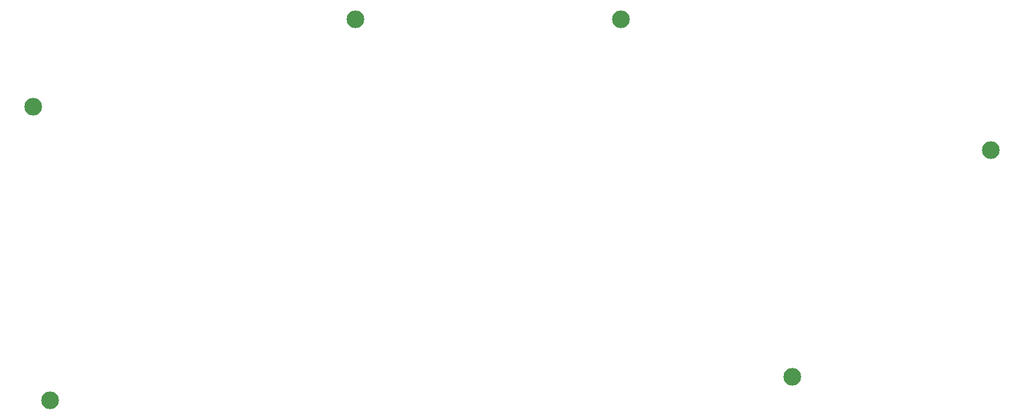
<source format=gbr>
G04 EAGLE Gerber RS-274X export*
G75*
%MOMM*%
%FSLAX34Y34*%
%LPD*%
%INSoldermask Bottom*%
%IPPOS*%
%AMOC8*
5,1,8,0,0,1.08239X$1,22.5*%
G01*
%ADD10C,2.489200*%


D10*
X595376Y567690D03*
X967994Y567690D03*
X1487043Y383540D03*
X166751Y32385D03*
X143383Y444754D03*
X1208405Y65024D03*
M02*

</source>
